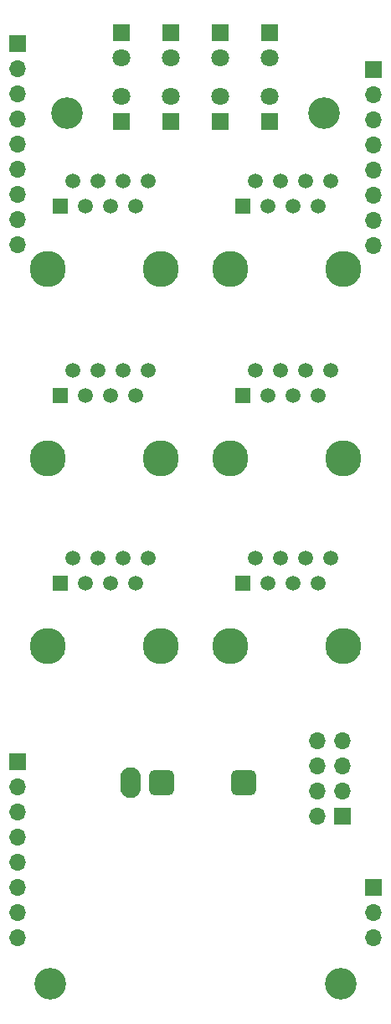
<source format=gbr>
G04 #@! TF.GenerationSoftware,KiCad,Pcbnew,(6.0.11)*
G04 #@! TF.CreationDate,2023-03-02T17:23:34+00:00*
G04 #@! TF.ProjectId,QMidiMonger_controls,514d6964-694d-46f6-9e67-65725f636f6e,rev?*
G04 #@! TF.SameCoordinates,Original*
G04 #@! TF.FileFunction,Soldermask,Bot*
G04 #@! TF.FilePolarity,Negative*
%FSLAX46Y46*%
G04 Gerber Fmt 4.6, Leading zero omitted, Abs format (unit mm)*
G04 Created by KiCad (PCBNEW (6.0.11)) date 2023-03-02 17:23:34*
%MOMM*%
%LPD*%
G01*
G04 APERTURE LIST*
G04 Aperture macros list*
%AMRoundRect*
0 Rectangle with rounded corners*
0 $1 Rounding radius*
0 $2 $3 $4 $5 $6 $7 $8 $9 X,Y pos of 4 corners*
0 Add a 4 corners polygon primitive as box body*
4,1,4,$2,$3,$4,$5,$6,$7,$8,$9,$2,$3,0*
0 Add four circle primitives for the rounded corners*
1,1,$1+$1,$2,$3*
1,1,$1+$1,$4,$5*
1,1,$1+$1,$6,$7*
1,1,$1+$1,$8,$9*
0 Add four rect primitives between the rounded corners*
20,1,$1+$1,$2,$3,$4,$5,0*
20,1,$1+$1,$4,$5,$6,$7,0*
20,1,$1+$1,$6,$7,$8,$9,0*
20,1,$1+$1,$8,$9,$2,$3,0*%
G04 Aperture macros list end*
%ADD10C,3.200000*%
%ADD11R,1.800000X1.800000*%
%ADD12C,1.800000*%
%ADD13R,1.700000X1.700000*%
%ADD14O,1.700000X1.700000*%
%ADD15C,3.650000*%
%ADD16R,1.500000X1.500000*%
%ADD17C,1.500000*%
%ADD18RoundRect,0.650000X-0.650000X0.650000X-0.650000X-0.650000X0.650000X-0.650000X0.650000X0.650000X0*%
%ADD19O,2.100000X3.100000*%
G04 APERTURE END LIST*
D10*
X130700000Y-142400000D03*
D11*
X113500000Y-46330000D03*
D12*
X113500000Y-48870000D03*
D11*
X123500000Y-46330000D03*
D12*
X123500000Y-48870000D03*
D11*
X113500000Y-55270000D03*
D12*
X113500000Y-52730000D03*
D11*
X118500000Y-55270000D03*
D12*
X118500000Y-52730000D03*
D11*
X123500000Y-55270000D03*
D12*
X123500000Y-52730000D03*
D11*
X118500000Y-46330000D03*
D12*
X118500000Y-48870000D03*
D11*
X108500000Y-55270000D03*
D12*
X108500000Y-52730000D03*
D11*
X108500000Y-46330000D03*
D12*
X108500000Y-48870000D03*
D13*
X130875000Y-125500000D03*
D14*
X128335000Y-125500000D03*
X130875000Y-122960000D03*
X128335000Y-122960000D03*
X130875000Y-120420000D03*
X128335000Y-120420000D03*
X130875000Y-117880000D03*
X128335000Y-117880000D03*
D15*
X112460000Y-108300000D03*
X101030000Y-108300000D03*
D16*
X102300000Y-101950000D03*
D17*
X103570000Y-99410000D03*
X104840000Y-101950000D03*
X106110000Y-99410000D03*
X107380000Y-101950000D03*
X108650000Y-99410000D03*
X109920000Y-101950000D03*
X111190000Y-99410000D03*
D15*
X130960000Y-70200000D03*
X119530000Y-70200000D03*
D16*
X120800000Y-63850000D03*
D17*
X122070000Y-61310000D03*
X123340000Y-63850000D03*
X124610000Y-61310000D03*
X125880000Y-63850000D03*
X127150000Y-61310000D03*
X128420000Y-63850000D03*
X129690000Y-61310000D03*
D15*
X130960000Y-89300000D03*
X119530000Y-89300000D03*
D16*
X120800000Y-82950000D03*
D17*
X122070000Y-80410000D03*
X123340000Y-82950000D03*
X124610000Y-80410000D03*
X125880000Y-82950000D03*
X127150000Y-80410000D03*
X128420000Y-82950000D03*
X129690000Y-80410000D03*
D15*
X130960000Y-108300000D03*
X119530000Y-108300000D03*
D16*
X120800000Y-101950000D03*
D17*
X122070000Y-99410000D03*
X123340000Y-101950000D03*
X124610000Y-99410000D03*
X125880000Y-101950000D03*
X127150000Y-99410000D03*
X128420000Y-101950000D03*
X129690000Y-99410000D03*
D15*
X101030000Y-89300000D03*
X112460000Y-89300000D03*
D16*
X102300000Y-82950000D03*
D17*
X103570000Y-80410000D03*
X104840000Y-82950000D03*
X106110000Y-80410000D03*
X107380000Y-82950000D03*
X108650000Y-80410000D03*
X109920000Y-82950000D03*
X111190000Y-80410000D03*
D15*
X112460000Y-70200000D03*
X101030000Y-70200000D03*
D16*
X102300000Y-63850000D03*
D17*
X103570000Y-61310000D03*
X104840000Y-63850000D03*
X106110000Y-61310000D03*
X107380000Y-63850000D03*
X108650000Y-61310000D03*
X109920000Y-63850000D03*
X111190000Y-61310000D03*
D10*
X101300000Y-142400000D03*
X103000000Y-54400000D03*
D18*
X112520000Y-122100000D03*
D19*
X109420000Y-122100000D03*
D18*
X120820000Y-122100000D03*
D10*
X129000000Y-54400000D03*
D13*
X134000000Y-50000000D03*
D14*
X134000000Y-52540000D03*
X134000000Y-55080000D03*
X134000000Y-57620000D03*
X134000000Y-60160000D03*
X134000000Y-62700000D03*
X134000000Y-65240000D03*
X134000000Y-67780000D03*
D13*
X98000000Y-120000000D03*
D14*
X98000000Y-122540000D03*
X98000000Y-125080000D03*
X98000000Y-127620000D03*
X98000000Y-130160000D03*
X98000000Y-132700000D03*
X98000000Y-135240000D03*
X98000000Y-137780000D03*
D13*
X98000000Y-47400000D03*
D14*
X98000000Y-49940000D03*
X98000000Y-52480000D03*
X98000000Y-55020000D03*
X98000000Y-57560000D03*
X98000000Y-60100000D03*
X98000000Y-62640000D03*
X98000000Y-65180000D03*
X98000000Y-67720000D03*
D13*
X134000000Y-132700000D03*
D14*
X134000000Y-135240000D03*
X134000000Y-137780000D03*
M02*

</source>
